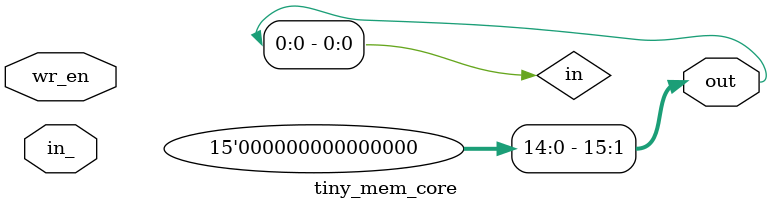
<source format=v>
module tiny_mem_core
  (
   input [15:0]  in_,
   input [0:0]   wr_en,
   output [15:0] out
   );

   always @(*)
     begin
        out = in;
     end

endmodule

</source>
